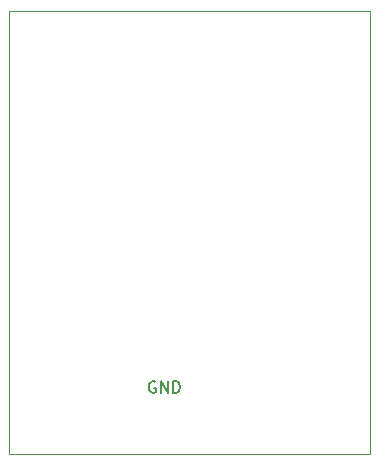
<source format=gbr>
%TF.GenerationSoftware,KiCad,Pcbnew,8.0.8*%
%TF.CreationDate,2025-01-25T13:46:24+05:30*%
%TF.ProjectId,Traffic Light,54726166-6669-4632-904c-696768742e6b,rev?*%
%TF.SameCoordinates,Original*%
%TF.FileFunction,Profile,NP*%
%FSLAX46Y46*%
G04 Gerber Fmt 4.6, Leading zero omitted, Abs format (unit mm)*
G04 Created by KiCad (PCBNEW 8.0.8) date 2025-01-25 13:46:24*
%MOMM*%
%LPD*%
G01*
G04 APERTURE LIST*
%ADD10C,0.150000*%
%TA.AperFunction,Profile*%
%ADD11C,0.050000*%
%TD*%
G04 APERTURE END LIST*
D10*
X147860588Y-86917438D02*
X147765350Y-86869819D01*
X147765350Y-86869819D02*
X147622493Y-86869819D01*
X147622493Y-86869819D02*
X147479636Y-86917438D01*
X147479636Y-86917438D02*
X147384398Y-87012676D01*
X147384398Y-87012676D02*
X147336779Y-87107914D01*
X147336779Y-87107914D02*
X147289160Y-87298390D01*
X147289160Y-87298390D02*
X147289160Y-87441247D01*
X147289160Y-87441247D02*
X147336779Y-87631723D01*
X147336779Y-87631723D02*
X147384398Y-87726961D01*
X147384398Y-87726961D02*
X147479636Y-87822200D01*
X147479636Y-87822200D02*
X147622493Y-87869819D01*
X147622493Y-87869819D02*
X147717731Y-87869819D01*
X147717731Y-87869819D02*
X147860588Y-87822200D01*
X147860588Y-87822200D02*
X147908207Y-87774580D01*
X147908207Y-87774580D02*
X147908207Y-87441247D01*
X147908207Y-87441247D02*
X147717731Y-87441247D01*
X148336779Y-87869819D02*
X148336779Y-86869819D01*
X148336779Y-86869819D02*
X148908207Y-87869819D01*
X148908207Y-87869819D02*
X148908207Y-86869819D01*
X149384398Y-87869819D02*
X149384398Y-86869819D01*
X149384398Y-86869819D02*
X149622493Y-86869819D01*
X149622493Y-86869819D02*
X149765350Y-86917438D01*
X149765350Y-86917438D02*
X149860588Y-87012676D01*
X149860588Y-87012676D02*
X149908207Y-87107914D01*
X149908207Y-87107914D02*
X149955826Y-87298390D01*
X149955826Y-87298390D02*
X149955826Y-87441247D01*
X149955826Y-87441247D02*
X149908207Y-87631723D01*
X149908207Y-87631723D02*
X149860588Y-87726961D01*
X149860588Y-87726961D02*
X149765350Y-87822200D01*
X149765350Y-87822200D02*
X149622493Y-87869819D01*
X149622493Y-87869819D02*
X149384398Y-87869819D01*
D11*
X135500000Y-93000000D02*
X135500000Y-90000000D01*
X137000000Y-93000000D02*
X135500000Y-93000000D01*
X166000000Y-90000000D02*
X166000000Y-93000000D01*
X135500000Y-55500000D02*
X136500000Y-55500000D01*
X135500000Y-57000000D02*
X135500000Y-55500000D01*
X135500000Y-90000000D02*
X135500000Y-57000000D01*
X138000000Y-55500000D02*
X136500000Y-55500000D01*
X166000000Y-55500000D02*
X138000000Y-55500000D01*
X166000000Y-90000000D02*
X166000000Y-55500000D01*
X137000000Y-93000000D02*
X166000000Y-93000000D01*
M02*

</source>
